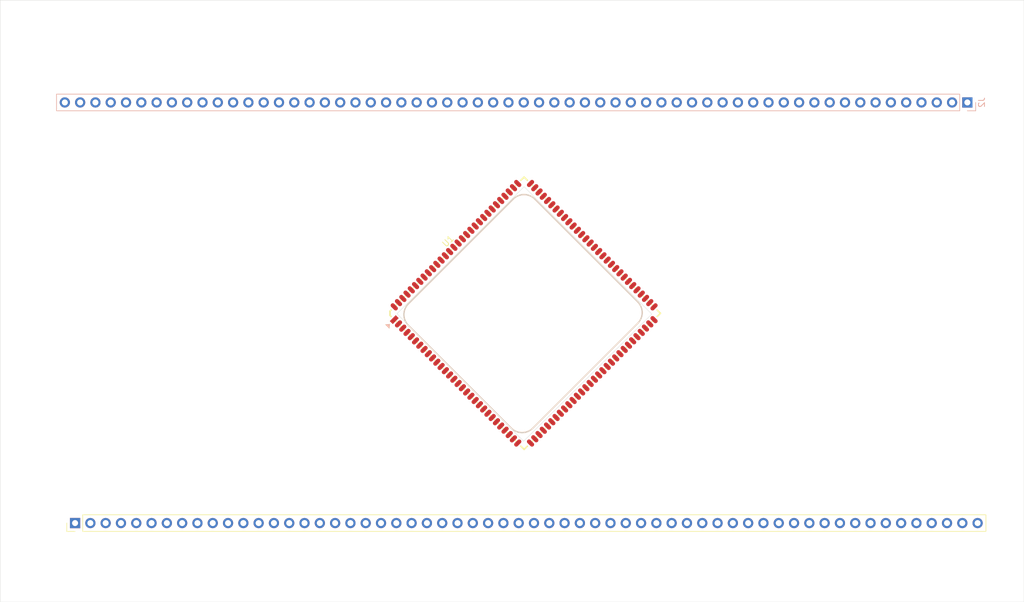
<source format=kicad_pcb>
(kicad_pcb (version 20241229) (generator "pcbnew") (generator_version "9.0")
  (layers (0 "F.Cu" signal) (2 "B.Cu" signal) (13 "F.Paste" user) (15 "B.Paste" user) (5 "F.SilkS" user "F.Silkscreen") (7 "B.SilkS" user "B.Silkscreen") (1 "F.Mask" user) (3 "B.Mask" user) (25 "Edge.Cuts" user))
  (net 0 "")
  (net 1 "Net-(J1-Pin_43)")
  (net 2 "Net-(J1-Pin_60)")
  (net 3 "Net-(J1-Pin_28)")
  (net 4 "Net-(J1-Pin_30)")
  (net 5 "Net-(J1-Pin_7)")
  (net 6 "Net-(J1-Pin_42)")
  (net 7 "Net-(J1-Pin_41)")
  (net 8 "Net-(J1-Pin_12)")
  (net 9 "Net-(J1-Pin_33)")
  (net 10 "Net-(J1-Pin_1)")
  (net 11 "Net-(J1-Pin_15)")
  (net 12 "Net-(J1-Pin_29)")
  (net 13 "Net-(J1-Pin_51)")
  (net 14 "Net-(J1-Pin_4)")
  (net 15 "Net-(J1-Pin_13)")
  (net 16 "Net-(J1-Pin_47)")
  (net 17 "Net-(J1-Pin_3)")
  (net 18 "Net-(J1-Pin_27)")
  (net 19 "Net-(J1-Pin_44)")
  (net 20 "Net-(J1-Pin_14)")
  (net 21 "Net-(J1-Pin_10)")
  (net 22 "Net-(J1-Pin_39)")
  (net 23 "Net-(J1-Pin_49)")
  (net 24 "Net-(J1-Pin_57)")
  (net 25 "Net-(J1-Pin_54)")
  (net 26 "Net-(J1-Pin_31)")
  (net 27 "Net-(J1-Pin_22)")
  (net 28 "Net-(J1-Pin_37)")
  (net 29 "Net-(J1-Pin_6)")
  (net 30 "Net-(J1-Pin_36)")
  (net 31 "Net-(J1-Pin_2)")
  (net 32 "Net-(J1-Pin_20)")
  (net 33 "Net-(J1-Pin_45)")
  (net 34 "Net-(J1-Pin_46)")
  (net 35 "Net-(J1-Pin_21)")
  (net 36 "Net-(J1-Pin_34)")
  (net 37 "Net-(J1-Pin_8)")
  (net 38 "Net-(J1-Pin_24)")
  (net 39 "Net-(J1-Pin_59)")
  (net 40 "Net-(J1-Pin_50)")
  (net 41 "Net-(J1-Pin_38)")
  (net 42 "Net-(J1-Pin_40)")
  (net 43 "Net-(J1-Pin_5)")
  (net 44 "Net-(J1-Pin_26)")
  (net 45 "Net-(J1-Pin_48)")
  (net 46 "Net-(J1-Pin_35)")
  (net 47 "Net-(J1-Pin_25)")
  (net 48 "Net-(J1-Pin_18)")
  (net 49 "Net-(J1-Pin_16)")
  (net 50 "Net-(J1-Pin_23)")
  (net 51 "Net-(J1-Pin_17)")
  (net 52 "Net-(J1-Pin_52)")
  (net 53 "Net-(J1-Pin_58)")
  (net 54 "Net-(J1-Pin_55)")
  (net 55 "Net-(J1-Pin_11)")
  (net 56 "Net-(J1-Pin_53)")
  (net 57 "Net-(J1-Pin_19)")
  (net 58 "Net-(J1-Pin_9)")
  (net 59 "Net-(J1-Pin_56)")
  (net 60 "Net-(J1-Pin_32)")
  (net 61 "Net-(J2-Pin_52)")
  (net 62 "Net-(J2-Pin_36)")
  (net 63 "Net-(J2-Pin_8)")
  (net 64 "Net-(J2-Pin_9)")
  (net 65 "Net-(J2-Pin_54)")
  (net 66 "Net-(J2-Pin_3)")
  (net 67 "Net-(J2-Pin_23)")
  (net 68 "Net-(J2-Pin_49)")
  (net 69 "Net-(J2-Pin_2)")
  (net 70 "Net-(J2-Pin_51)")
  (net 71 "Net-(J2-Pin_15)")
  (net 72 "Net-(J2-Pin_60)")
  (net 73 "Net-(J2-Pin_53)")
  (net 74 "Net-(J2-Pin_57)")
  (net 75 "Net-(J2-Pin_26)")
  (net 76 "Net-(J2-Pin_59)")
  (net 77 "Net-(J2-Pin_32)")
  (net 78 "Net-(J2-Pin_45)")
  (net 79 "Net-(J2-Pin_30)")
  (net 80 "Net-(J2-Pin_47)")
  (net 81 "Net-(J2-Pin_5)")
  (net 82 "Net-(J2-Pin_18)")
  (net 83 "Net-(J2-Pin_24)")
  (net 84 "Net-(J2-Pin_48)")
  (net 85 "Net-(J2-Pin_40)")
  (net 86 "Net-(J2-Pin_44)")
  (net 87 "Net-(J2-Pin_25)")
  (net 88 "Net-(J2-Pin_17)")
  (net 89 "Net-(J2-Pin_28)")
  (net 90 "Net-(J2-Pin_35)")
  (net 91 "Net-(J2-Pin_27)")
  (net 92 "Net-(J2-Pin_33)")
  (net 93 "Net-(J2-Pin_29)")
  (net 94 "Net-(J2-Pin_39)")
  (net 95 "Net-(J2-Pin_41)")
  (net 96 "Net-(J2-Pin_11)")
  (net 97 "Net-(J2-Pin_16)")
  (net 98 "Net-(J2-Pin_7)")
  (net 99 "Net-(J2-Pin_46)")
  (net 100 "Net-(J2-Pin_10)")
  (net 101 "Net-(J2-Pin_38)")
  (net 102 "Net-(J2-Pin_12)")
  (net 103 "Net-(J2-Pin_56)")
  (net 104 "Net-(J2-Pin_13)")
  (net 105 "Net-(J2-Pin_37)")
  (net 106 "Net-(J2-Pin_4)")
  (net 107 "Net-(J2-Pin_31)")
  (net 108 "Net-(J2-Pin_34)")
  (net 109 "Net-(J2-Pin_1)")
  (net 110 "Net-(J2-Pin_20)")
  (net 111 "Net-(J2-Pin_21)")
  (net 112 "Net-(J2-Pin_14)")
  (net 113 "Net-(J2-Pin_42)")
  (net 114 "Net-(J2-Pin_58)")
  (net 115 "Net-(J2-Pin_6)")
  (net 116 "Net-(J2-Pin_43)")
  (net 117 "Net-(J2-Pin_22)")
  (net 118 "Net-(J2-Pin_55)")
  (net 119 "Net-(J2-Pin_19)")
  (net 120 "Net-(J2-Pin_50)")
  (footprint "custom:CORE3506_[32_32]_120P" (layer "F.Cu") (at 158.004269 85.031686 45)
    (property "Reference" "U1" (at -0.46715 -17.3985 45) (layer "F.SilkS"))
    (property "Value" "~")
    (fp_poly (pts (xy -15.0014 11.9986) (xy -15.0014 -12.1912) (xy -15.0014 -12.43743) (xy -14.90533 -12.920421) (xy -14.716871 -13.37539) (xy -14.44328 -13.78486) (xy -14.09506 -14.13308) (xy -13.68559 -14.406671) (xy -13.23062 -14.59512) (xy -12.74763 -14.691201) (xy -12.5014 -14.6912) (xy 12.1658 -14.6912) (xy 12.41203 -14.691201) (xy 12.89502 -14.59512) (xy 13.34999 -14.406671) (xy 13.75946 -14.13307) (xy 14.10768 -13.78485) (xy 14.381271 -13.37539) (xy 14.56972 -12.92042) (xy 14.665801 -12.43743) (xy 14.6658 -12.1912) (xy 14.665801 12.01881) (xy 14.665801 12.26503) (xy 14.56972 12.74803) (xy 14.38127 13.203) (xy 14.10767 13.61246) (xy 13.75945 13.96068) (xy 13.34999 14.23427) (xy 12.89502 14.42273) (xy 12.412031 14.5188) (xy 12.1658 14.5188) (xy -12.50141 14.5188) (xy -12.747631 14.5188) (xy -13.23063 14.42273) (xy -13.6856 14.23427) (xy -14.09506 13.96068) (xy -14.44328 13.61246) (xy -14.71687 13.20299) (xy -14.90533 12.748019) (xy -15.0014 12.26503) (xy -15.0014 12.0188)) (stroke (width 0.1)) (fill no) (layer "Edge.Cuts"))
    (fp_poly (pts (xy -15.0014 11.9986) (xy -15.0014 -12.1912) (xy -15.0014 -12.43743) (xy -14.90533 -12.920421) (xy -14.716871 -13.37539) (xy -14.44328 -13.78486) (xy -14.09506 -14.13308) (xy -13.68559 -14.406671) (xy -13.23062 -14.59512) (xy -12.74763 -14.691201) (xy -12.5014 -14.6912) (xy 12.1658 -14.6912) (xy 12.41203 -14.691201) (xy 12.89502 -14.59512) (xy 13.34999 -14.406671) (xy 13.75946 -14.13307) (xy 14.10768 -13.78485) (xy 14.381271 -13.37539) (xy 14.56972 -12.92042) (xy 14.665801 -12.43743) (xy 14.6658 -12.1912) (xy 14.665801 12.01881) (xy 14.665801 12.26503) (xy 14.56972 12.74803) (xy 14.38127 13.203) (xy 14.10767 13.61246) (xy 13.75945 13.96068) (xy 13.34999 14.23427) (xy 12.89502 14.42273) (xy 12.412031 14.5188) (xy 12.1658 14.5188) (xy -12.50141 14.5188) (xy -12.747631 14.5188) (xy -13.23063 14.42273) (xy -13.6856 14.23427) (xy -14.09506 13.96068) (xy -14.44328 13.61246) (xy -14.71687 13.20299) (xy -14.90533 12.748019) (xy -15.0014 12.26503) (xy -15.0014 12.0188)) (stroke (width 0.1)) (fill no) (layer "Edge.Cuts"))
    (pad "1" smd rect (at -16 -14.50019 135) (size 0.7 1.397) (layers "F.Cu" "F.Mask" "F.Paste") (net 10 "Net-(J1-Pin_1)"))
    (pad "2" smd oval (at -16 -13.50018 135) (size 0.7 1.397) (layers "F.Cu" "F.Mask" "F.Paste") (net 31 "Net-(J1-Pin_2)"))
    (pad "3" smd oval (at -16 -12.500169 135) (size 0.7 1.397) (layers "F.Cu" "F.Mask" "F.Paste") (net 17 "Net-(J1-Pin_3)"))
    (pad "4" smd oval (at -16 -11.500151 135) (size 0.7 1.397) (layers "F.Cu" "F.Mask" "F.Paste") (net 14 "Net-(J1-Pin_4)"))
    (pad "5" smd oval (at -16 -10.50014 135) (size 0.7 1.397) (layers "F.Cu" "F.Mask" "F.Paste") (net 43 "Net-(J1-Pin_5)"))
    (pad "6" smd oval (at -16 -9.50013 135) (size 0.7 1.397) (layers "F.Cu" "F.Mask" "F.Paste") (net 29 "Net-(J1-Pin_6)"))
    (pad "7" smd oval (at -16 -8.50011 135) (size 0.7 1.397) (layers "F.Cu" "F.Mask" "F.Paste") (net 5 "Net-(J1-Pin_7)"))
    (pad "8" smd oval (at -16 -7.5001 135) (size 0.7 1.397) (layers "F.Cu" "F.Mask" "F.Paste") (net 37 "Net-(J1-Pin_8)"))
    (pad "9" smd oval (at -16 -6.50009 135) (size 0.7 1.397) (layers "F.Cu" "F.Mask" "F.Paste") (net 58 "Net-(J1-Pin_9)"))
    (pad "10" smd oval (at -16 -5.50007 135) (size 0.7 1.397) (layers "F.Cu" "F.Mask" "F.Paste") (net 21 "Net-(J1-Pin_10)"))
    (pad "11" smd oval (at -16 -4.500059 135) (size 0.7 1.397) (layers "F.Cu" "F.Mask" "F.Paste") (net 55 "Net-(J1-Pin_11)"))
    (pad "12" smd oval (at -16 -3.500051 135) (size 0.7 1.397) (layers "F.Cu" "F.Mask" "F.Paste") (net 8 "Net-(J1-Pin_12)"))
    (pad "13" smd oval (at -16 -2.50003 135) (size 0.7 1.397) (layers "F.Cu" "F.Mask" "F.Paste") (net 15 "Net-(J1-Pin_13)"))
    (pad "14" smd oval (at -16 -1.50002 135) (size 0.7 1.397) (layers "F.Cu" "F.Mask" "F.Paste") (net 20 "Net-(J1-Pin_14)"))
    (pad "15" smd oval (at -16 -0.50001 135) (size 0.7 1.397) (layers "F.Cu" "F.Mask" "F.Paste") (net 11 "Net-(J1-Pin_15)"))
    (pad "16" smd oval (at -16 0.50001 135) (size 0.7 1.397) (layers "F.Cu" "F.Mask" "F.Paste") (net 49 "Net-(J1-Pin_16)"))
    (pad "17" smd oval (at -16 1.50002 135) (size 0.7 1.397) (layers "F.Cu" "F.Mask" "F.Paste") (net 51 "Net-(J1-Pin_17)"))
    (pad "18" smd oval (at -16 2.50003 135) (size 0.7 1.397) (layers "F.Cu" "F.Mask" "F.Paste") (net 48 "Net-(J1-Pin_18)"))
    (pad "19" smd oval (at -16 3.500051 135) (size 0.7 1.397) (layers "F.Cu" "F.Mask" "F.Paste") (net 57 "Net-(J1-Pin_19)"))
    (pad "20" smd oval (at -16 4.500059 135) (size 0.7 1.397) (layers "F.Cu" "F.Mask" "F.Paste") (net 32 "Net-(J1-Pin_20)"))
    (pad "21" smd oval (at -16 5.50007 135) (size 0.7 1.397) (layers "F.Cu" "F.Mask" "F.Paste") (net 35 "Net-(J1-Pin_21)"))
    (pad "22" smd oval (at -16 6.50009 135) (size 0.7 1.397) (layers "F.Cu" "F.Mask" "F.Paste") (net 27 "Net-(J1-Pin_22)"))
    (pad "23" smd oval (at -16 7.5001 135) (size 0.7 1.397) (layers "F.Cu" "F.Mask" "F.Paste") (net 50 "Net-(J1-Pin_23)"))
    (pad "24" smd oval (at -16 8.50011 135) (size 0.7 1.397) (layers "F.Cu" "F.Mask" "F.Paste") (net 38 "Net-(J1-Pin_24)"))
    (pad "25" smd oval (at -16 9.50013 135) (size 0.7 1.397) (layers "F.Cu" "F.Mask" "F.Paste") (net 47 "Net-(J1-Pin_25)"))
    (pad "26" smd oval (at -16 10.50014 135) (size 0.7 1.397) (layers "F.Cu" "F.Mask" "F.Paste") (net 44 "Net-(J1-Pin_26)"))
    (pad "27" smd oval (at -15.97841 11.50015 135) (size 0.7 1.397) (layers "F.Cu" "F.Mask" "F.Paste") (net 18 "Net-(J1-Pin_27)"))
    (pad "28" smd oval (at -16 12.500169 135) (size 0.7 1.397) (layers "F.Cu" "F.Mask" "F.Paste") (net 3 "Net-(J1-Pin_28)"))
    (pad "29" smd oval (at -16.02159 13.50018 135) (size 0.7 1.397) (layers "F.Cu" "F.Mask" "F.Paste") (net 12 "Net-(J1-Pin_29)"))
    (pad "30" smd oval (at -16 14.50019 315) (size 0.7 1.397) (layers "F.Cu" "F.Mask" "F.Paste") (net 4 "Net-(J1-Pin_30)"))
    (pad "31" smd oval (at -14.5002 16 225) (size 0.7 1.397) (layers "F.Cu" "F.Mask" "F.Paste") (net 26 "Net-(J1-Pin_31)"))
    (pad "32" smd oval (at -13.50018 16 225) (size 0.7 1.397) (layers "F.Cu" "F.Mask" "F.Paste") (net 60 "Net-(J1-Pin_32)"))
    (pad "33" smd oval (at -12.500169 16 225) (size 0.7 1.397) (layers "F.Cu" "F.Mask" "F.Paste") (net 9 "Net-(J1-Pin_33)"))
    (pad "34" smd oval (at -11.500161 16 225) (size 0.7 1.397) (layers "F.Cu" "F.Mask" "F.Paste") (net 36 "Net-(J1-Pin_34)"))
    (pad "35" smd oval (at -10.50014 16 225) (size 0.7 1.397) (layers "F.Cu" "F.Mask" "F.Paste") (net 46 "Net-(J1-Pin_35)"))
    (pad "36" smd oval (at -9.50013 16 225) (size 0.7 1.397) (layers "F.Cu" "F.Mask" "F.Paste") (net 30 "Net-(J1-Pin_36)"))
    (pad "37" smd oval (at -8.50012 16 225) (size 0.7 1.397) (layers "F.Cu" "F.Mask" "F.Paste") (net 28 "Net-(J1-Pin_37)"))
    (pad "38" smd oval (at -7.5001 16 225) (size 0.7 1.397) (layers "F.Cu" "F.Mask" "F.Paste") (net 41 "Net-(J1-Pin_38)"))
    (pad "39" smd oval (at -6.50009 16 225) (size 0.7 1.397) (layers "F.Cu" "F.Mask" "F.Paste") (net 22 "Net-(J1-Pin_39)"))
    (pad "40" smd oval (at -5.500079 16 225) (size 0.7 1.397) (layers "F.Cu" "F.Mask" "F.Paste") (net 42 "Net-(J1-Pin_40)"))
    (pad "41" smd oval (at -4.500059 16 225) (size 0.7 1.397) (layers "F.Cu" "F.Mask" "F.Paste") (net 7 "Net-(J1-Pin_41)"))
    (pad "42" smd oval (at -3.500051 16 225) (size 0.7 1.397) (layers "F.Cu" "F.Mask" "F.Paste") (net 6 "Net-(J1-Pin_42)"))
    (pad "43" smd oval (at -2.50004 16 225) (size 0.7 1.397) (layers "F.Cu" "F.Mask" "F.Paste") (net 1 "Net-(J1-Pin_43)"))
    (pad "44" smd oval (at -1.50002 16 225) (size 0.7 1.397) (layers "F.Cu" "F.Mask" "F.Paste") (net 19 "Net-(J1-Pin_44)"))
    (pad "45" smd oval (at -0.50001 16 225) (size 0.7 1.397) (layers "F.Cu" "F.Mask" "F.Paste") (net 33 "Net-(J1-Pin_45)"))
    (pad "46" smd oval (at 0.50001 16 225) (size 0.7 1.397) (layers "F.Cu" "F.Mask" "F.Paste") (net 34 "Net-(J1-Pin_46)"))
    (pad "47" smd oval (at 1.50002 16 225) (size 0.7 1.397) (layers "F.Cu" "F.Mask" "F.Paste") (net 16 "Net-(J1-Pin_47)"))
    (pad "48" smd oval (at 2.50003 16 225) (size 0.7 1.397) (layers "F.Cu" "F.Mask" "F.Paste") (net 45 "Net-(J1-Pin_48)"))
    (pad "49" smd oval (at 3.500041 16 225) (size 0.7 1.397) (layers "F.Cu" "F.Mask" "F.Paste") (net 23 "Net-(J1-Pin_49)"))
    (pad "50" smd oval (at 4.500059 16 225) (size 0.7 1.397) (layers "F.Cu" "F.Mask" "F.Paste") (net 40 "Net-(J1-Pin_50)"))
    (pad "51" smd oval (at 5.50007 16 225) (size 0.7 1.397) (layers "F.Cu" "F.Mask" "F.Paste") (net 13 "Net-(J1-Pin_51)"))
    (pad "52" smd oval (at 6.50009 16 225) (size 0.7 1.397) (layers "F.Cu" "F.Mask" "F.Paste") (net 52 "Net-(J1-Pin_52)"))
    (pad "53" smd oval (at 7.5001 16 225) (size 0.7 1.397) (layers "F.Cu" "F.Mask" "F.Paste") (net 56 "Net-(J1-Pin_53)"))
    (pad "54" smd oval (at 8.50011 16 225) (size 0.7 1.397) (layers "F.Cu" "F.Mask" "F.Paste") (net 25 "Net-(J1-Pin_54)"))
    (pad "55" smd oval (at 9.50012 15.97841 225) (size 0.7 1.397) (layers "F.Cu" "F.Mask" "F.Paste") (net 54 "Net-(J1-Pin_55)"))
    (pad "56" smd oval (at 10.50014 16 225) (size 0.7 1.397) (layers "F.Cu" "F.Mask" "F.Paste") (net 59 "Net-(J1-Pin_56)"))
    (pad "57" smd oval (at 11.500151 16 225) (size 0.7 1.397) (layers "F.Cu" "F.Mask" "F.Paste") (net 24 "Net-(J1-Pin_57)"))
    (pad "58" smd oval (at 12.50016 15.97841 225) (size 0.7 1.397) (layers "F.Cu" "F.Mask" "F.Paste") (net 53 "Net-(J1-Pin_58)"))
    (pad "59" smd oval (at 13.50018 16 225) (size 0.7 1.397) (layers "F.Cu" "F.Mask" "F.Paste") (net 39 "Net-(J1-Pin_59)"))
    (pad "60" smd oval (at 14.50019 16 45) (size 0.7 1.397) (layers "F.Cu" "F.Mask" "F.Paste") (net 2 "Net-(J1-Pin_60)"))
    (pad "61" smd oval (at 16 14.5002 315) (size 0.7 1.397) (layers "F.Cu" "F.Mask" "F.Paste") (net 109 "Net-(J2-Pin_1)"))
    (pad "62" smd oval (at 16 13.50018 315) (size 0.7 1.397) (layers "F.Cu" "F.Mask" "F.Paste") (net 69 "Net-(J2-Pin_2)"))
    (pad "63" smd oval (at 16 12.500169 315) (size 0.7 1.397) (layers "F.Cu" "F.Mask" "F.Paste") (net 66 "Net-(J2-Pin_3)"))
    (pad "64" smd oval (at 16 11.500161 315) (size 0.7 1.397) (layers "F.Cu" "F.Mask" "F.Paste") (net 106 "Net-(J2-Pin_4)"))
    (pad "65" smd oval (at 16 10.50014 315) (size 0.7 1.397) (layers "F.Cu" "F.Mask" "F.Paste") (net 81 "Net-(J2-Pin_5)"))
    (pad "66" smd oval (at 16 9.50013 315) (size 0.7 1.397) (layers "F.Cu" "F.Mask" "F.Paste") (net 115 "Net-(J2-Pin_6)"))
    (pad "67" smd oval (at 16 8.50012 315) (size 0.7 1.397) (layers "F.Cu" "F.Mask" "F.Paste") (net 98 "Net-(J2-Pin_7)"))
    (pad "68" smd oval (at 16 7.5001 315) (size 0.7 1.397) (layers "F.Cu" "F.Mask" "F.Paste") (net 63 "Net-(J2-Pin_8)"))
    (pad "69" smd oval (at 16 6.50009 315) (size 0.7 1.397) (layers "F.Cu" "F.Mask" "F.Paste") (net 64 "Net-(J2-Pin_9)"))
    (pad "70" smd oval (at 16 5.500079 315) (size 0.7 1.397) (layers "F.Cu" "F.Mask" "F.Paste") (net 100 "Net-(J2-Pin_10)"))
    (pad "71" smd oval (at 16 4.500059 315) (size 0.7 1.397) (layers "F.Cu" "F.Mask" "F.Paste") (net 96 "Net-(J2-Pin_11)"))
    (pad "72" smd oval (at 16 3.500051 315) (size 0.7 1.397) (layers "F.Cu" "F.Mask" "F.Paste") (net 102 "Net-(J2-Pin_12)"))
    (pad "73" smd oval (at 16 2.50004 315) (size 0.7 1.397) (layers "F.Cu" "F.Mask" "F.Paste") (net 104 "Net-(J2-Pin_13)"))
    (pad "74" smd oval (at 16 1.50002 315) (size 0.7 1.397) (layers "F.Cu" "F.Mask" "F.Paste") (net 112 "Net-(J2-Pin_14)"))
    (pad "75" smd oval (at 16 0.50001 315) (size 0.7 1.397) (layers "F.Cu" "F.Mask" "F.Paste") (net 71 "Net-(J2-Pin_15)"))
    (pad "76" smd oval (at 16 -0.5 315) (size 0.7 1.397) (layers "F.Cu" "F.Mask" "F.Paste") (net 97 "Net-(J2-Pin_16)"))
    (pad "77" smd oval (at 16 -1.50002 315) (size 0.7 1.397) (layers "F.Cu" "F.Mask" "F.Paste") (net 88 "Net-(J2-Pin_17)"))
    (pad "78" smd oval (at 16 -2.50003 315) (size 0.7 1.397) (layers "F.Cu" "F.Mask" "F.Paste") (net 82 "Net-(J2-Pin_18)"))
    (pad "79" smd oval (at 16 -3.500041 315) (size 0.7 1.397) (layers "F.Cu" "F.Mask" "F.Paste") (net 119 "Net-(J2-Pin_19)"))
    (pad "80" smd oval (at 16 -4.500059 315) (size 0.7 1.397) (layers "F.Cu" "F.Mask" "F.Paste") (net 110 "Net-(J2-Pin_20)"))
    (pad "81" smd oval (at 16 -5.50007 315) (size 0.7 1.397) (layers "F.Cu" "F.Mask" "F.Paste") (net 111 "Net-(J2-Pin_21)"))
    (pad "82" smd oval (at 16 -6.50008 315) (size 0.7 1.397) (layers "F.Cu" "F.Mask" "F.Paste") (net 117 "Net-(J2-Pin_22)"))
    (pad "83" smd oval (at 16 -7.5001 315) (size 0.7 1.397) (layers "F.Cu" "F.Mask" "F.Paste") (net 67 "Net-(J2-Pin_23)"))
    (pad "84" smd oval (at 16 -8.50011 315) (size 0.7 1.397) (layers "F.Cu" "F.Mask" "F.Paste") (net 83 "Net-(J2-Pin_24)"))
    (pad "85" smd oval (at 16 -9.50012 315) (size 0.7 1.397) (layers "F.Cu" "F.Mask" "F.Paste") (net 87 "Net-(J2-Pin_25)"))
    (pad "86" smd oval (at 16 -10.50014 315) (size 0.7 1.397) (layers "F.Cu" "F.Mask" "F.Paste") (net 75 "Net-(J2-Pin_26)"))
    (pad "87" smd oval (at 16 -11.500151 315) (size 0.7 1.397) (layers "F.Cu" "F.Mask" "F.Paste") (net 91 "Net-(J2-Pin_27)"))
    (pad "88" smd oval (at 16 -12.500169 315) (size 0.7 1.397) (layers "F.Cu" "F.Mask" "F.Paste") (net 89 "Net-(J2-Pin_28)"))
    (pad "89" smd oval (at 16 -13.50018 315) (size 0.7 1.397) (layers "F.Cu" "F.Mask" "F.Paste") (net 93 "Net-(J2-Pin_29)"))
    (pad "90" smd oval (at 16 -14.50019 135) (size 0.7 1.397) (layers "F.Cu" "F.Mask" "F.Paste") (net 79 "Net-(J2-Pin_30)"))
    (pad "91" smd oval (at 14.5002 -16 45) (size 0.7 1.397) (layers "F.Cu" "F.Mask" "F.Paste") (net 107 "Net-(J2-Pin_31)"))
    (pad "92" smd oval (at 13.50018 -16 45) (size 0.7 1.397) (layers "F.Cu" "F.Mask" "F.Paste") (net 77 "Net-(J2-Pin_32)"))
    (pad "93" smd oval (at 12.500169 -16 45) (size 0.7 1.397) (layers "F.Cu" "F.Mask" "F.Paste") (net 92 "Net-(J2-Pin_33)"))
    (pad "94" smd oval (at 11.500161 -16 45) (size 0.7 1.397) (layers "F.Cu" "F.Mask" "F.Paste") (net 108 "Net-(J2-Pin_34)"))
    (pad "95" smd oval (at 10.50014 -16 45) (size 0.7 1.397) (layers "F.Cu" "F.Mask" "F.Paste") (net 90 "Net-(J2-Pin_35)"))
    (pad "96" smd oval (at 9.50013 -16 45) (size 0.7 1.397) (layers "F.Cu" "F.Mask" "F.Paste") (net 62 "Net-(J2-Pin_36)"))
    (pad "97" smd oval (at 8.50012 -16 45) (size 0.7 1.397) (layers "F.Cu" "F.Mask" "F.Paste") (net 105 "Net-(J2-Pin_37)"))
    (pad "98" smd oval (at 7.5001 -16 45) (size 0.7 1.397) (layers "F.Cu" "F.Mask" "F.Paste") (net 101 "Net-(J2-Pin_38)"))
    (pad "99" smd oval (at 6.50009 -16 45) (size 0.7 1.397) (layers "F.Cu" "F.Mask" "F.Paste") (net 94 "Net-(J2-Pin_39)"))
    (pad "100" smd oval (at 5.500079 -16 45) (size 0.7 1.397) (layers "F.Cu" "F.Mask" "F.Paste") (net 85 "Net-(J2-Pin_40)"))
    (pad "101" smd oval (at 4.500071 -16 45) (size 0.7 1.397) (layers "F.Cu" "F.Mask" "F.Paste") (net 95 "Net-(J2-Pin_41)"))
    (pad "102" smd oval (at 3.500051 -16 45) (size 0.7 1.397) (layers "F.Cu" "F.Mask" "F.Paste") (net 113 "Net-(J2-Pin_42)"))
    (pad "103" smd oval (at 2.50004 -16 45) (size 0.7 1.397) (layers "F.Cu" "F.Mask" "F.Paste") (net 116 "Net-(J2-Pin_43)"))
    (pad "104" smd oval (at 1.50003 -16 45) (size 0.7 1.397) (layers "F.Cu" "F.Mask" "F.Paste") (net 86 "Net-(J2-Pin_44)"))
    (pad "105" smd oval (at 0.50001 -16 45) (size 0.7 1.397) (layers "F.Cu" "F.Mask" "F.Paste") (net 78 "Net-(J2-Pin_45)"))
    (pad "106" smd oval (at -0.5 -16 45) (size 0.7 1.397) (layers "F.Cu" "F.Mask" "F.Paste") (net 99 "Net-(J2-Pin_46)"))
    (pad "107" smd oval (at -1.50001 -16 45) (size 0.7 1.397) (layers "F.Cu" "F.Mask" "F.Paste") (net 80 "Net-(J2-Pin_47)"))
    (pad "108" smd oval (at -2.50003 -16 45) (size 0.7 1.397) (layers "F.Cu" "F.Mask" "F.Paste") (net 84 "Net-(J2-Pin_48)"))
    (pad "109" smd oval (at -3.500041 -16 45) (size 0.7 1.397) (layers "F.Cu" "F.Mask" "F.Paste") (net 68 "Net-(J2-Pin_49)"))
    (pad "110" smd oval (at -4.500059 -16 45) (size 0.7 1.397) (layers "F.Cu" "F.Mask" "F.Paste") (net 120 "Net-(J2-Pin_50)"))
    (pad "111" smd oval (at -5.50007 -15.97841 45) (size 0.7 1.397) (layers "F.Cu" "F.Mask" "F.Paste") (net 70 "Net-(J2-Pin_51)"))
    (pad "112" smd oval (at -6.50008 -16 45) (size 0.7 1.397) (layers "F.Cu" "F.Mask" "F.Paste") (net 61 "Net-(J2-Pin_52)"))
    (pad "113" smd oval (at -7.50009 -16 45) (size 0.7 1.397) (layers "F.Cu" "F.Mask" "F.Paste") (net 73 "Net-(J2-Pin_53)"))
    (pad "114" smd oval (at -8.50011 -16 45) (size 0.7 1.397) (layers "F.Cu" "F.Mask" "F.Paste") (net 65 "Net-(J2-Pin_54)"))
    (pad "115" smd oval (at -9.50012 -16 45) (size 0.7 1.397) (layers "F.Cu" "F.Mask" "F.Paste") (net 118 "Net-(J2-Pin_55)"))
    (pad "116" smd oval (at -10.500131 -16 45) (size 0.7 1.397) (layers "F.Cu" "F.Mask" "F.Paste") (net 103 "Net-(J2-Pin_56)"))
    (pad "117" smd oval (at -11.500151 -16 45) (size 0.7 1.397) (layers "F.Cu" "F.Mask" "F.Paste") (net 74 "Net-(J2-Pin_57)"))
    (pad "118" smd oval (at -12.50016 -15.97841 45) (size 0.7 1.397) (layers "F.Cu" "F.Mask" "F.Paste") (net 114 "Net-(J2-Pin_58)"))
    (pad "119" smd oval (at -13.50017 -16 45) (size 0.7 1.397) (layers "F.Cu" "F.Mask" "F.Paste") (net 76 "Net-(J2-Pin_59)"))
    (pad "120" smd oval (at -14.50019 -16 225) (size 0.7 1.397) (layers "F.Cu" "F.Mask" "F.Paste") (net 72 "Net-(J2-Pin_60)"))
  )
  (footprint "Library:PinHeader_1x60_P2.54mm_Vertical" (layer "F.Cu") (at 83.44 119.9 90)
    (property "Reference" "J1" (hide yes))
    (property "Value" "Conn_01x60")
    (pad "1" thru_hole rect (at 0 0 90) (size 1.7 1.7) (drill 1) (layers "*.Cu" "*.Mask") (net 10 "Net-(J1-Pin_1)"))
    (pad "2" thru_hole circle (at 0 2.54 90) (size 1.7 1.7) (drill 1) (layers "*.Cu" "*.Mask") (net 31 "Net-(J1-Pin_2)"))
    (pad "3" thru_hole circle (at 0 5.08 90) (size 1.7 1.7) (drill 1) (layers "*.Cu" "*.Mask") (net 17 "Net-(J1-Pin_3)"))
    (pad "4" thru_hole circle (at 0 7.62 90) (size 1.7 1.7) (drill 1) (layers "*.Cu" "*.Mask") (net 14 "Net-(J1-Pin_4)"))
    (pad "5" thru_hole circle (at 0 10.16 90) (size 1.7 1.7) (drill 1) (layers "*.Cu" "*.Mask") (net 43 "Net-(J1-Pin_5)"))
    (pad "6" thru_hole circle (at 0 12.7 90) (size 1.7 1.7) (drill 1) (layers "*.Cu" "*.Mask") (net 29 "Net-(J1-Pin_6)"))
    (pad "7" thru_hole circle (at 0 15.24 90) (size 1.7 1.7) (drill 1) (layers "*.Cu" "*.Mask") (net 5 "Net-(J1-Pin_7)"))
    (pad "8" thru_hole circle (at 0 17.78 90) (size 1.7 1.7) (drill 1) (layers "*.Cu" "*.Mask") (net 37 "Net-(J1-Pin_8)"))
    (pad "9" thru_hole circle (at 0 20.32 90) (size 1.7 1.7) (drill 1) (layers "*.Cu" "*.Mask") (net 58 "Net-(J1-Pin_9)"))
    (pad "10" thru_hole circle (at 0 22.86 90) (size 1.7 1.7) (drill 1) (layers "*.Cu" "*.Mask") (net 21 "Net-(J1-Pin_10)"))
    (pad "11" thru_hole circle (at 0 25.4 90) (size 1.7 1.7) (drill 1) (layers "*.Cu" "*.Mask") (net 55 "Net-(J1-Pin_11)"))
    (pad "12" thru_hole circle (at 0 27.94 90) (size 1.7 1.7) (drill 1) (layers "*.Cu" "*.Mask") (net 8 "Net-(J1-Pin_12)"))
    (pad "13" thru_hole circle (at 0 30.48 90) (size 1.7 1.7) (drill 1) (layers "*.Cu" "*.Mask") (net 15 "Net-(J1-Pin_13)"))
    (pad "14" thru_hole circle (at 0 33.02 90) (size 1.7 1.7) (drill 1) (layers "*.Cu" "*.Mask") (net 20 "Net-(J1-Pin_14)"))
    (pad "15" thru_hole circle (at 0 35.56 90) (size 1.7 1.7) (drill 1) (layers "*.Cu" "*.Mask") (net 11 "Net-(J1-Pin_15)"))
    (pad "16" thru_hole circle (at 0 38.1 90) (size 1.7 1.7) (drill 1) (layers "*.Cu" "*.Mask") (net 49 "Net-(J1-Pin_16)"))
    (pad "17" thru_hole circle (at 0 40.64 90) (size 1.7 1.7) (drill 1) (layers "*.Cu" "*.Mask") (net 51 "Net-(J1-Pin_17)"))
    (pad "18" thru_hole circle (at 0 43.18 90) (size 1.7 1.7) (drill 1) (layers "*.Cu" "*.Mask") (net 48 "Net-(J1-Pin_18)"))
    (pad "19" thru_hole circle (at 0 45.72 90) (size 1.7 1.7) (drill 1) (layers "*.Cu" "*.Mask") (net 57 "Net-(J1-Pin_19)"))
    (pad "20" thru_hole circle (at 0 48.26 90) (size 1.7 1.7) (drill 1) (layers "*.Cu" "*.Mask") (net 32 "Net-(J1-Pin_20)"))
    (pad "21" thru_hole circle (at 0 50.8 90) (size 1.7 1.7) (drill 1) (layers "*.Cu" "*.Mask") (net 35 "Net-(J1-Pin_21)"))
    (pad "22" thru_hole circle (at 0 53.34 90) (size 1.7 1.7) (drill 1) (layers "*.Cu" "*.Mask") (net 27 "Net-(J1-Pin_22)"))
    (pad "23" thru_hole circle (at 0 55.88 90) (size 1.7 1.7) (drill 1) (layers "*.Cu" "*.Mask") (net 50 "Net-(J1-Pin_23)"))
    (pad "24" thru_hole circle (at 0 58.42 90) (size 1.7 1.7) (drill 1) (layers "*.Cu" "*.Mask") (net 38 "Net-(J1-Pin_24)"))
    (pad "25" thru_hole circle (at 0 60.96 90) (size 1.7 1.7) (drill 1) (layers "*.Cu" "*.Mask") (net 47 "Net-(J1-Pin_25)"))
    (pad "26" thru_hole circle (at 0 63.5 90) (size 1.7 1.7) (drill 1) (layers "*.Cu" "*.Mask") (net 44 "Net-(J1-Pin_26)"))
    (pad "27" thru_hole circle (at 0 66.04 90) (size 1.7 1.7) (drill 1) (layers "*.Cu" "*.Mask") (net 18 "Net-(J1-Pin_27)"))
    (pad "28" thru_hole circle (at 0 68.58 90) (size 1.7 1.7) (drill 1) (layers "*.Cu" "*.Mask") (net 3 "Net-(J1-Pin_28)"))
    (pad "29" thru_hole circle (at 0 71.12 90) (size 1.7 1.7) (drill 1) (layers "*.Cu" "*.Mask") (net 12 "Net-(J1-Pin_29)"))
    (pad "30" thru_hole circle (at 0 73.66 90) (size 1.7 1.7) (drill 1) (layers "*.Cu" "*.Mask") (net 4 "Net-(J1-Pin_30)"))
    (pad "31" thru_hole circle (at 0 76.2 90) (size 1.7 1.7) (drill 1) (layers "*.Cu" "*.Mask") (net 26 "Net-(J1-Pin_31)"))
    (pad "32" thru_hole circle (at 0 78.74 90) (size 1.7 1.7) (drill 1) (layers "*.Cu" "*.Mask") (net 60 "Net-(J1-Pin_32)"))
    (pad "33" thru_hole circle (at 0 81.28 90) (size 1.7 1.7) (drill 1) (layers "*.Cu" "*.Mask") (net 9 "Net-(J1-Pin_33)"))
    (pad "34" thru_hole circle (at 0 83.82 90) (size 1.7 1.7) (drill 1) (layers "*.Cu" "*.Mask") (net 36 "Net-(J1-Pin_34)"))
    (pad "35" thru_hole circle (at 0 86.36 90) (size 1.7 1.7) (drill 1) (layers "*.Cu" "*.Mask") (net 46 "Net-(J1-Pin_35)"))
    (pad "36" thru_hole circle (at 0 88.9 90) (size 1.7 1.7) (drill 1) (layers "*.Cu" "*.Mask") (net 30 "Net-(J1-Pin_36)"))
    (pad "37" thru_hole circle (at 0 91.44 90) (size 1.7 1.7) (drill 1) (layers "*.Cu" "*.Mask") (net 28 "Net-(J1-Pin_37)"))
    (pad "38" thru_hole circle (at 0 93.98 90) (size 1.7 1.7) (drill 1) (layers "*.Cu" "*.Mask") (net 41 "Net-(J1-Pin_38)"))
    (pad "39" thru_hole circle (at 0 96.52 90) (size 1.7 1.7) (drill 1) (layers "*.Cu" "*.Mask") (net 22 "Net-(J1-Pin_39)"))
    (pad "40" thru_hole circle (at 0 99.06 90) (size 1.7 1.7) (drill 1) (layers "*.Cu" "*.Mask") (net 42 "Net-(J1-Pin_40)"))
    (pad "41" thru_hole circle (at 0 101.6 90) (size 1.7 1.7) (drill 1) (layers "*.Cu" "*.Mask") (net 7 "Net-(J1-Pin_41)"))
    (pad "42" thru_hole circle (at 0 104.14 90) (size 1.7 1.7) (drill 1) (layers "*.Cu" "*.Mask") (net 6 "Net-(J1-Pin_42)"))
    (pad "43" thru_hole circle (at 0 106.68 90) (size 1.7 1.7) (drill 1) (layers "*.Cu" "*.Mask") (net 1 "Net-(J1-Pin_43)"))
    (pad "44" thru_hole circle (at 0 109.22 90) (size 1.7 1.7) (drill 1) (layers "*.Cu" "*.Mask") (net 19 "Net-(J1-Pin_44)"))
    (pad "45" thru_hole circle (at 0 111.76 90) (size 1.7 1.7) (drill 1) (layers "*.Cu" "*.Mask") (net 33 "Net-(J1-Pin_45)"))
    (pad "46" thru_hole circle (at 0 114.3 90) (size 1.7 1.7) (drill 1) (layers "*.Cu" "*.Mask") (net 34 "Net-(J1-Pin_46)"))
    (pad "47" thru_hole circle (at 0 116.84 90) (size 1.7 1.7) (drill 1) (layers "*.Cu" "*.Mask") (net 16 "Net-(J1-Pin_47)"))
    (pad "48" thru_hole circle (at 0 119.38 90) (size 1.7 1.7) (drill 1) (layers "*.Cu" "*.Mask") (net 45 "Net-(J1-Pin_48)"))
    (pad "49" thru_hole circle (at 0 121.92 90) (size 1.7 1.7) (drill 1) (layers "*.Cu" "*.Mask") (net 23 "Net-(J1-Pin_49)"))
    (pad "50" thru_hole circle (at 0 124.46 90) (size 1.7 1.7) (drill 1) (layers "*.Cu" "*.Mask") (net 40 "Net-(J1-Pin_50)"))
    (pad "51" thru_hole circle (at 0 127 90) (size 1.7 1.7) (drill 1) (layers "*.Cu" "*.Mask") (net 13 "Net-(J1-Pin_51)"))
    (pad "52" thru_hole circle (at 0 129.54 90) (size 1.7 1.7) (drill 1) (layers "*.Cu" "*.Mask") (net 52 "Net-(J1-Pin_52)"))
    (pad "53" thru_hole circle (at 0 132.08 90) (size 1.7 1.7) (drill 1) (layers "*.Cu" "*.Mask") (net 56 "Net-(J1-Pin_53)"))
    (pad "54" thru_hole circle (at 0 134.62 90) (size 1.7 1.7) (drill 1) (layers "*.Cu" "*.Mask") (net 25 "Net-(J1-Pin_54)"))
    (pad "55" thru_hole circle (at 0 137.16 90) (size 1.7 1.7) (drill 1) (layers "*.Cu" "*.Mask") (net 54 "Net-(J1-Pin_55)"))
    (pad "56" thru_hole circle (at 0 139.7 90) (size 1.7 1.7) (drill 1) (layers "*.Cu" "*.Mask") (net 59 "Net-(J1-Pin_56)"))
    (pad "57" thru_hole circle (at 0 142.24 90) (size 1.7 1.7) (drill 1) (layers "*.Cu" "*.Mask") (net 24 "Net-(J1-Pin_57)"))
    (pad "58" thru_hole circle (at 0 144.78 90) (size 1.7 1.7) (drill 1) (layers "*.Cu" "*.Mask") (net 53 "Net-(J1-Pin_58)"))
    (pad "59" thru_hole circle (at 0 147.32 90) (size 1.7 1.7) (drill 1) (layers "*.Cu" "*.Mask") (net 39 "Net-(J1-Pin_59)"))
    (pad "60" thru_hole circle (at 0 149.86 90) (size 1.7 1.7) (drill 1) (layers "*.Cu" "*.Mask") (net 2 "Net-(J1-Pin_60)"))
  )
  (footprint "Library:PinHeader_1x60_P2.54mm_Vertical" (layer "B.Cu") (at 231.6 50 90)
    (property "Reference" "J2" (at 0 2.38 90) (layer "B.SilkS") (effects (justify mirror)))
    (property "Value" "Conn_01x60")
    (pad "1" thru_hole rect (at 0 0 90) (size 1.7 1.7) (drill 1) (layers "*.Cu" "*.Mask") (net 109 "Net-(J2-Pin_1)"))
    (pad "2" thru_hole circle (at 0 -2.54 90) (size 1.7 1.7) (drill 1) (layers "*.Cu" "*.Mask") (net 69 "Net-(J2-Pin_2)"))
    (pad "3" thru_hole circle (at 0 -5.08 90) (size 1.7 1.7) (drill 1) (layers "*.Cu" "*.Mask") (net 66 "Net-(J2-Pin_3)"))
    (pad "4" thru_hole circle (at 0 -7.62 90) (size 1.7 1.7) (drill 1) (layers "*.Cu" "*.Mask") (net 106 "Net-(J2-Pin_4)"))
    (pad "5" thru_hole circle (at 0 -10.16 90) (size 1.7 1.7) (drill 1) (layers "*.Cu" "*.Mask") (net 81 "Net-(J2-Pin_5)"))
    (pad "6" thru_hole circle (at 0 -12.7 90) (size 1.7 1.7) (drill 1) (layers "*.Cu" "*.Mask") (net 115 "Net-(J2-Pin_6)"))
    (pad "7" thru_hole circle (at 0 -15.24 90) (size 1.7 1.7) (drill 1) (layers "*.Cu" "*.Mask") (net 98 "Net-(J2-Pin_7)"))
    (pad "8" thru_hole circle (at 0 -17.78 90) (size 1.7 1.7) (drill 1) (layers "*.Cu" "*.Mask") (net 63 "Net-(J2-Pin_8)"))
    (pad "9" thru_hole circle (at 0 -20.32 90) (size 1.7 1.7) (drill 1) (layers "*.Cu" "*.Mask") (net 64 "Net-(J2-Pin_9)"))
    (pad "10" thru_hole circle (at 0 -22.86 90) (size 1.7 1.7) (drill 1) (layers "*.Cu" "*.Mask") (net 100 "Net-(J2-Pin_10)"))
    (pad "11" thru_hole circle (at 0 -25.4 90) (size 1.7 1.7) (drill 1) (layers "*.Cu" "*.Mask") (net 96 "Net-(J2-Pin_11)"))
    (pad "12" thru_hole circle (at 0 -27.94 90) (size 1.7 1.7) (drill 1) (layers "*.Cu" "*.Mask") (net 102 "Net-(J2-Pin_12)"))
    (pad "13" thru_hole circle (at 0 -30.48 90) (size 1.7 1.7) (drill 1) (layers "*.Cu" "*.Mask") (net 104 "Net-(J2-Pin_13)"))
    (pad "14" thru_hole circle (at 0 -33.02 90) (size 1.7 1.7) (drill 1) (layers "*.Cu" "*.Mask") (net 112 "Net-(J2-Pin_14)"))
    (pad "15" thru_hole circle (at 0 -35.56 90) (size 1.7 1.7) (drill 1) (layers "*.Cu" "*.Mask") (net 71 "Net-(J2-Pin_15)"))
    (pad "16" thru_hole circle (at 0 -38.1 90) (size 1.7 1.7) (drill 1) (layers "*.Cu" "*.Mask") (net 97 "Net-(J2-Pin_16)"))
    (pad "17" thru_hole circle (at 0 -40.64 90) (size 1.7 1.7) (drill 1) (layers "*.Cu" "*.Mask") (net 88 "Net-(J2-Pin_17)"))
    (pad "18" thru_hole circle (at 0 -43.18 90) (size 1.7 1.7) (drill 1) (layers "*.Cu" "*.Mask") (net 82 "Net-(J2-Pin_18)"))
    (pad "19" thru_hole circle (at 0 -45.72 90) (size 1.7 1.7) (drill 1) (layers "*.Cu" "*.Mask") (net 119 "Net-(J2-Pin_19)"))
    (pad "20" thru_hole circle (at 0 -48.26 90) (size 1.7 1.7) (drill 1) (layers "*.Cu" "*.Mask") (net 110 "Net-(J2-Pin_20)"))
    (pad "21" thru_hole circle (at 0 -50.8 90) (size 1.7 1.7) (drill 1) (layers "*.Cu" "*.Mask") (net 111 "Net-(J2-Pin_21)"))
    (pad "22" thru_hole circle (at 0 -53.34 90) (size 1.7 1.7) (drill 1) (layers "*.Cu" "*.Mask") (net 117 "Net-(J2-Pin_22)"))
    (pad "23" thru_hole circle (at 0 -55.88 90) (size 1.7 1.7) (drill 1) (layers "*.Cu" "*.Mask") (net 67 "Net-(J2-Pin_23)"))
    (pad "24" thru_hole circle (at 0 -58.42 90) (size 1.7 1.7) (drill 1) (layers "*.Cu" "*.Mask") (net 83 "Net-(J2-Pin_24)"))
    (pad "25" thru_hole circle (at 0 -60.96 90) (size 1.7 1.7) (drill 1) (layers "*.Cu" "*.Mask") (net 87 "Net-(J2-Pin_25)"))
    (pad "26" thru_hole circle (at 0 -63.5 90) (size 1.7 1.7) (drill 1) (layers "*.Cu" "*.Mask") (net 75 "Net-(J2-Pin_26)"))
    (pad "27" thru_hole circle (at 0 -66.04 90) (size 1.7 1.7) (drill 1) (layers "*.Cu" "*.Mask") (net 91 "Net-(J2-Pin_27)"))
    (pad "28" thru_hole circle (at 0 -68.58 90) (size 1.7 1.7) (drill 1) (layers "*.Cu" "*.Mask") (net 89 "Net-(J2-Pin_28)"))
    (pad "29" thru_hole circle (at 0 -71.12 90) (size 1.7 1.7) (drill 1) (layers "*.Cu" "*.Mask") (net 93 "Net-(J2-Pin_29)"))
    (pad "30" thru_hole circle (at 0 -73.66 90) (size 1.7 1.7) (drill 1) (layers "*.Cu" "*.Mask") (net 79 "Net-(J2-Pin_30)"))
    (pad "31" thru_hole circle (at 0 -76.2 90) (size 1.7 1.7) (drill 1) (layers "*.Cu" "*.Mask") (net 107 "Net-(J2-Pin_31)"))
    (pad "32" thru_hole circle (at 0 -78.74 90) (size 1.7 1.7) (drill 1) (layers "*.Cu" "*.Mask") (net 77 "Net-(J2-Pin_32)"))
    (pad "33" thru_hole circle (at 0 -81.28 90) (size 1.7 1.7) (drill 1) (layers "*.Cu" "*.Mask") (net 92 "Net-(J2-Pin_33)"))
    (pad "34" thru_hole circle (at 0 -83.82 90) (size 1.7 1.7) (drill 1) (layers "*.Cu" "*.Mask") (net 108 "Net-(J2-Pin_34)"))
    (pad "35" thru_hole circle (at 0 -86.36 90) (size 1.7 1.7) (drill 1) (layers "*.Cu" "*.Mask") (net 90 "Net-(J2-Pin_35)"))
    (pad "36" thru_hole circle (at 0 -88.9 90) (size 1.7 1.7) (drill 1) (layers "*.Cu" "*.Mask") (net 62 "Net-(J2-Pin_36)"))
    (pad "37" thru_hole circle (at 0 -91.44 90) (size 1.7 1.7) (drill 1) (layers "*.Cu" "*.Mask") (net 105 "Net-(J2-Pin_37)"))
    (pad "38" thru_hole circle (at 0 -93.98 90) (size 1.7 1.7) (drill 1) (layers "*.Cu" "*.Mask") (net 101 "Net-(J2-Pin_38)"))
    (pad "39" thru_hole circle (at 0 -96.52 90) (size 1.7 1.7) (drill 1) (layers "*.Cu" "*.Mask") (net 94 "Net-(J2-Pin_39)"))
    (pad "40" thru_hole circle (at 0 -99.06 90) (size 1.7 1.7) (drill 1) (layers "*.Cu" "*.Mask") (net 85 "Net-(J2-Pin_40)"))
    (pad "41" thru_hole circle (at 0 -101.6 90) (size 1.7 1.7) (drill 1) (layers "*.Cu" "*.Mask") (net 95 "Net-(J2-Pin_41)"))
    (pad "42" thru_hole circle (at 0 -104.14 90) (size 1.7 1.7) (drill 1) (layers "*.Cu" "*.Mask") (net 113 "Net-(J2-Pin_42)"))
    (pad "43" thru_hole circle (at 0 -106.68 90) (size 1.7 1.7) (drill 1) (layers "*.Cu" "*.Mask") (net 116 "Net-(J2-Pin_43)"))
    (pad "44" thru_hole circle (at 0 -109.22 90) (size 1.7 1.7) (drill 1) (layers "*.Cu" "*.Mask") (net 86 "Net-(J2-Pin_44)"))
    (pad "45" thru_hole circle (at 0 -111.76 90) (size 1.7 1.7) (drill 1) (layers "*.Cu" "*.Mask") (net 78 "Net-(J2-Pin_45)"))
    (pad "46" thru_hole circle (at 0 -114.3 90) (size 1.7 1.7) (drill 1) (layers "*.Cu" "*.Mask") (net 99 "Net-(J2-Pin_46)"))
    (pad "47" thru_hole circle (at 0 -116.84 90) (size 1.7 1.7) (drill 1) (layers "*.Cu" "*.Mask") (net 80 "Net-(J2-Pin_47)"))
    (pad "48" thru_hole circle (at 0 -119.38 90) (size 1.7 1.7) (drill 1) (layers "*.Cu" "*.Mask") (net 84 "Net-(J2-Pin_48)"))
    (pad "49" thru_hole circle (at 0 -121.92 90) (size 1.7 1.7) (drill 1) (layers "*.Cu" "*.Mask") (net 68 "Net-(J2-Pin_49)"))
    (pad "50" thru_hole circle (at 0 -124.46 90) (size 1.7 1.7) (drill 1) (layers "*.Cu" "*.Mask") (net 120 "Net-(J2-Pin_50)"))
    (pad "51" thru_hole circle (at 0 -127 90) (size 1.7 1.7) (drill 1) (layers "*.Cu" "*.Mask") (net 70 "Net-(J2-Pin_51)"))
    (pad "52" thru_hole circle (at 0 -129.54 90) (size 1.7 1.7) (drill 1) (layers "*.Cu" "*.Mask") (net 61 "Net-(J2-Pin_52)"))
    (pad "53" thru_hole circle (at 0 -132.08 90) (size 1.7 1.7) (drill 1) (layers "*.Cu" "*.Mask") (net 73 "Net-(J2-Pin_53)"))
    (pad "54" thru_hole circle (at 0 -134.62 90) (size 1.7 1.7) (drill 1) (layers "*.Cu" "*.Mask") (net 65 "Net-(J2-Pin_54)"))
    (pad "55" thru_hole circle (at 0 -137.16 90) (size 1.7 1.7) (drill 1) (layers "*.Cu" "*.Mask") (net 118 "Net-(J2-Pin_55)"))
    (pad "56" thru_hole circle (at 0 -139.7 90) (size 1.7 1.7) (drill 1) (layers "*.Cu" "*.Mask") (net 103 "Net-(J2-Pin_56)"))
    (pad "57" thru_hole circle (at 0 -142.24 90) (size 1.7 1.7) (drill 1) (layers "*.Cu" "*.Mask") (net 74 "Net-(J2-Pin_57)"))
    (pad "58" thru_hole circle (at 0 -144.78 90) (size 1.7 1.7) (drill 1) (layers "*.Cu" "*.Mask") (net 114 "Net-(J2-Pin_58)"))
    (pad "59" thru_hole circle (at 0 -147.32 90) (size 1.7 1.7) (drill 1) (layers "*.Cu" "*.Mask") (net 76 "Net-(J2-Pin_59)"))
    (pad "60" thru_hole circle (at 0 -149.86 90) (size 1.7 1.7) (drill 1) (layers "*.Cu" "*.Mask") (net 72 "Net-(J2-Pin_60)"))
  )
  (gr_rect (start 71 33) (end 241 133) (stroke (width 0.05)) (fill no) (layer "Edge.Cuts"))
  (gr_poly (pts (xy 158 64) (xy 179.2 85.173977) (xy 157.909248 106.3) (xy 136.9 85.1)) (stroke (width 0.05)) (fill no) (layer "Edge.Cuts"))
)
</source>
